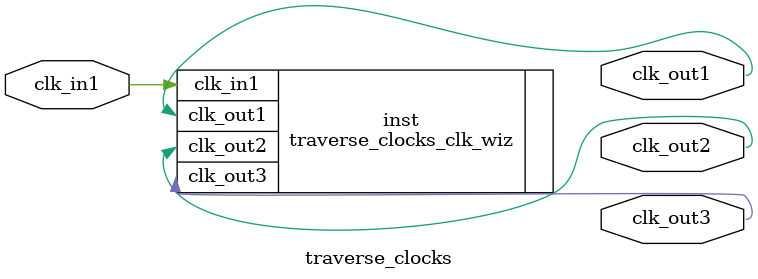
<source format=v>


`timescale 1ps/1ps

(* CORE_GENERATION_INFO = "traverse_clocks,clk_wiz_v6_0_11_0_0,{component_name=traverse_clocks,use_phase_alignment=true,use_min_o_jitter=false,use_max_i_jitter=false,use_dyn_phase_shift=false,use_inclk_switchover=false,use_dyn_reconfig=false,enable_axi=0,feedback_source=FDBK_AUTO,PRIMITIVE=MMCM,num_out_clk=3,clkin1_period=20.000,clkin2_period=10.0,use_power_down=false,use_reset=false,use_locked=false,use_inclk_stopped=false,feedback_type=SINGLE,CLOCK_MGR_TYPE=NA,manual_override=false}" *)

module traverse_clocks 
 (
  // Clock out ports
  output        clk_out1,
  output        clk_out2,
  output        clk_out3,
 // Clock in ports
  input         clk_in1
 );

  traverse_clocks_clk_wiz inst
  (
  // Clock out ports  
  .clk_out1(clk_out1),
  .clk_out2(clk_out2),
  .clk_out3(clk_out3),
 // Clock in ports
  .clk_in1(clk_in1)
  );

endmodule

</source>
